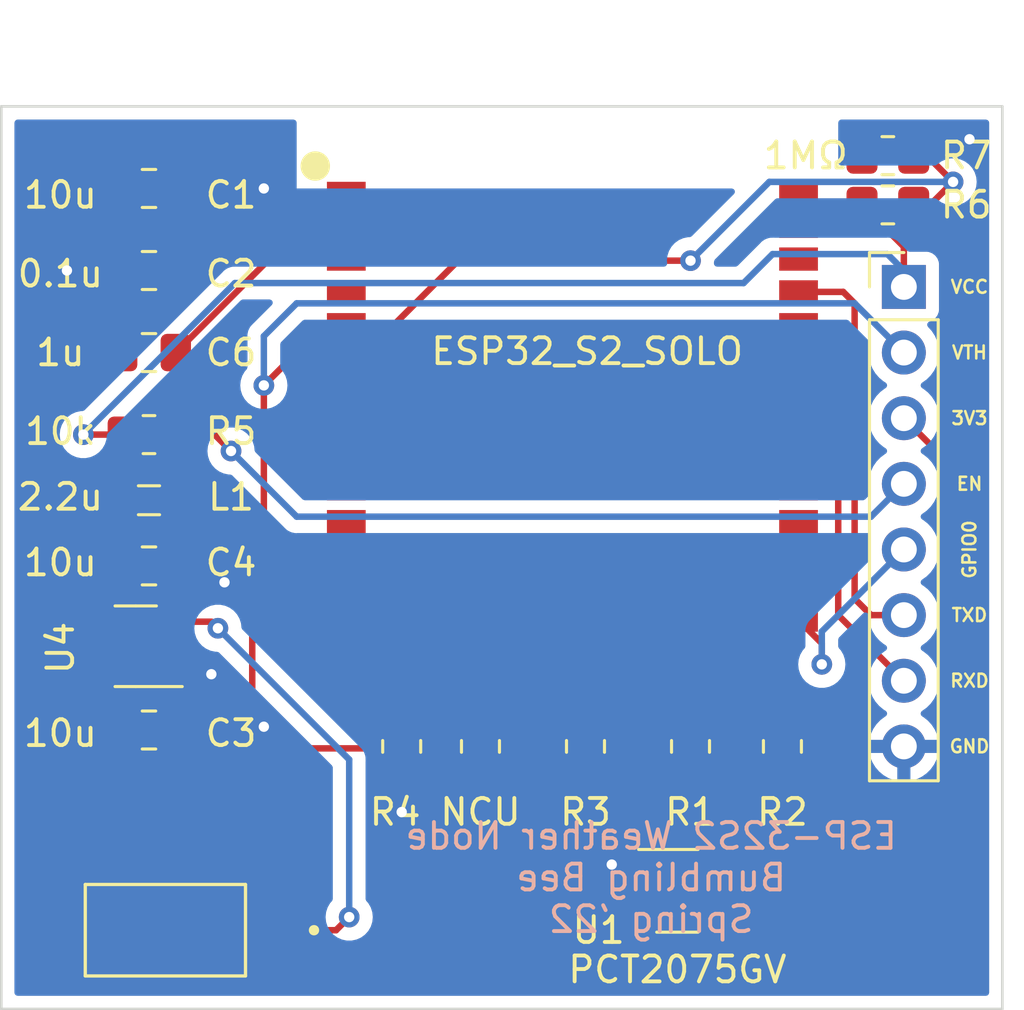
<source format=kicad_pcb>
(kicad_pcb (version 20211014) (generator pcbnew)
  (layers (0 "F.Cu" signal) (31 "B.Cu" signal) (34 "B.Paste" user) (35 "F.Paste" user) (36 "B.SilkS" user "B.Silkscreen") (37 "F.SilkS" user "F.Silkscreen") (38 "B.Mask" user) (39 "F.Mask" user) (44 "Edge.Cuts" user))
  (net 0 "")
  (net 1 "Net-(C1-Pad1)")
  (net 2 "GND")
  (net 3 "/VCC_3V3")
  (net 4 "VCC")
  (net 5 "/CHIP_PU")
  (net 6 "/Vtherm")
  (net 7 "/GPIO0")
  (net 8 "/U0RXD")
  (net 9 "/U0TXD")
  (net 10 "Net-(L1-Pad1)")
  (net 11 "/SCL")
  (net 12 "/SDA")
  (net 43 "Net-(R2-Pad2)")
  (net 44 "/VBAT")
  (net 45 "Net-(SW1-Pad1A)")
  (footprint "Connector_PinHeader_2.54mm:PinHeader_1x08_P2.54mm_Vertical" (layer "F.Cu") (at 104.775 76.2)
    (fp_text reference "J1" hide)
    (fp_text value "Conn_01x08")
    (fp_line (start -1.33 1.27) (end -1.33 19.11) (layer "F.SilkS") (width 0.12))
    (fp_line (start 1.33 1.27) (end 1.33 19.11) (layer "F.SilkS") (width 0.12))
    (fp_line (start -1.33 1.27) (end 1.33 1.27) (layer "F.SilkS") (width 0.12))
    (fp_line (start -1.33 -1.33) (end 0 -1.33) (layer "F.SilkS") (width 0.12))
    (fp_line (start -1.33 0) (end -1.33 -1.33) (layer "F.SilkS") (width 0.12))
    (fp_line (start -1.33 19.11) (end 1.33 19.11) (layer "F.SilkS") (width 0.12))
    (pad "1" thru_hole rect (at 0 0) (size 1.7 1.7) (drill 1) (layers *.Cu *.Mask) (net 4 "VCC"))
    (pad "2" thru_hole oval (at 0 2.54) (size 1.7 1.7) (drill 1) (layers *.Cu *.Mask) (net 6 "/Vtherm"))
    (pad "3" thru_hole oval (at 0 5.08) (size 1.7 1.7) (drill 1) (layers *.Cu *.Mask) (net 3 "/VCC_3V3"))
    (pad "4" thru_hole oval (at 0 7.62) (size 1.7 1.7) (drill 1) (layers *.Cu *.Mask) (net 5 "/CHIP_PU"))
    (pad "5" thru_hole oval (at 0 10.16) (size 1.7 1.7) (drill 1) (layers *.Cu *.Mask) (net 7 "/GPIO0"))
    (pad "6" thru_hole oval (at 0 12.7) (size 1.7 1.7) (drill 1) (layers *.Cu *.Mask) (net 9 "/U0TXD"))
    (pad "7" thru_hole oval (at 0 15.24) (size 1.7 1.7) (drill 1) (layers *.Cu *.Mask) (net 8 "/U0RXD"))
    (pad "8" thru_hole oval (at 0 17.78) (size 1.7 1.7) (drill 1) (layers *.Cu *.Mask) (net 2 "GND"))
  )
  (footprint "Capacitor_SMD:C_0805_2012Metric_Pad1.18x1.45mm_HandSolder" (layer "F.Cu") (at 75.565 72.39 180)
    (fp_text reference "C1" (at -3.175 -0.254) (layer "F.SilkS"))
    (fp_text value "10u" (at 3.429 -0.254) (layer "F.SilkS"))
    (fp_line (start -0.261252 0.735) (end 0.261252 0.735) (layer "F.SilkS") (width 0.12))
    (fp_line (start -0.261252 -0.735) (end 0.261252 -0.735) (layer "F.SilkS") (width 0.12))
    (pad "1" smd roundrect (at -1.0375 0 180) (size 1.175 1.45) (layers "F.Cu" "F.Paste" "F.Mask") (roundrect_rratio 0.2127659574) (net 1 "Net-(C1-Pad1)"))
    (pad "2" smd roundrect (at 1.0375 0 180) (size 1.175 1.45) (layers "F.Cu" "F.Paste" "F.Mask") (roundrect_rratio 0.2127659574) (net 2 "GND"))
  )
  (footprint "Package_TO_SOT_SMD:SOT-23-5" (layer "F.Cu") (at 75.0515 90.104 180)
    (fp_text reference "U4" (at 2.9155 -0.066 270) (layer "F.SilkS"))
    (fp_text value "RP402N331F-TR-FE" hide)
    (fp_line (start 0 1.56) (end 0.8 1.56) (layer "F.SilkS") (width 0.12))
    (fp_line (start 0 -1.56) (end 0.8 -1.56) (layer "F.SilkS") (width 0.12))
    (fp_line (start 0 1.56) (end -0.8 1.56) (layer "F.SilkS") (width 0.12))
    (fp_line (start 0 -1.56) (end -1.8 -1.56) (layer "F.SilkS") (width 0.12))
    (pad "1" smd roundrect (at -1.1375 -0.95 180) (size 1.325 0.6) (layers "F.Cu" "F.Paste" "F.Mask") (net 10 "Net-(L1-Pad1)"))
    (pad "2" smd roundrect (at -1.1375 0 180) (size 1.325 0.6) (layers "F.Cu" "F.Paste" "F.Mask") (net 2 "GND"))
    (pad "3" smd roundrect (at -1.1375 0.95 180) (size 1.325 0.6) (layers "F.Cu" "F.Paste" "F.Mask") (net 45 "Net-(SW1-Pad1A)"))
    (pad "4" smd roundrect (at 1.1375 0.95 180) (size 1.325 0.6) (layers "F.Cu" "F.Paste" "F.Mask") (net 4 "VCC"))
    (pad "5" smd roundrect (at 1.1375 -0.95 180) (size 1.325 0.6) (layers "F.Cu" "F.Paste" "F.Mask") (net 3 "/VCC_3V3"))
  )
  (footprint "Resistor_SMD:R_0805_2012Metric_Pad1.20x1.40mm_HandSolder" (layer "F.Cu") (at 100.076 93.98 -90)
    (fp_text reference "R2" (at 2.54 0 180) (layer "F.SilkS"))
    (fp_text value "10kΩ" hide)
    (fp_line (start -0.227064 -0.735) (end 0.227064 -0.735) (layer "F.SilkS") (width 0.12))
    (fp_line (start -0.227064 0.735) (end 0.227064 0.735) (layer "F.SilkS") (width 0.12))
    (pad "1" smd roundrect (at -1 0 270) (size 1.2 1.4) (layers "F.Cu" "F.Paste" "F.Mask") (roundrect_rratio 0.2083333333) (net 3 "/VCC_3V3"))
    (pad "2" smd roundrect (at 1 0 270) (size 1.2 1.4) (layers "F.Cu" "F.Paste" "F.Mask") (roundrect_rratio 0.2083333333) (net 43 "Net-(R2-Pad2)"))
  )
  (footprint "Capacitor_SMD:C_0805_2012Metric_Pad1.18x1.45mm_HandSolder" (layer "F.Cu") (at 75.565 78.74 180)
    (fp_text reference "C6" (at -3.175 0) (layer "F.SilkS"))
    (fp_text value "1u" (at 3.429 0) (layer "F.SilkS"))
    (fp_line (start -0.261252 -0.735) (end 0.261252 -0.735) (layer "F.SilkS") (width 0.12))
    (fp_line (start -0.261252 0.735) (end 0.261252 0.735) (layer "F.SilkS") (width 0.12))
    (pad "1" smd roundrect (at -1.0375 0 180) (size 1.175 1.45) (layers "F.Cu" "F.Paste" "F.Mask") (roundrect_rratio 0.2127659574) (net 5 "/CHIP_PU"))
    (pad "2" smd roundrect (at 1.0375 0 180) (size 1.175 1.45) (layers "F.Cu" "F.Paste" "F.Mask") (roundrect_rratio 0.2127659574) (net 2 "GND"))
  )
  (footprint "Resistor_SMD:R_0805_2012Metric_Pad1.20x1.40mm_HandSolder" (layer "F.Cu") (at 104.156 73.025)
    (fp_text reference "R6" (at 3.032 0) (layer "F.SilkS"))
    (fp_text value "1MΩ")
    (fp_line (start -0.227064 0.735) (end 0.227064 0.735) (layer "F.SilkS") (width 0.12))
    (fp_line (start -0.227064 -0.735) (end 0.227064 -0.735) (layer "F.SilkS") (width 0.12))
    (pad "1" smd roundrect (at -1 0) (size 1.2 1.4) (layers "F.Cu" "F.Paste" "F.Mask") (roundrect_rratio 0.2083333333) (net 4 "VCC"))
    (pad "2" smd roundrect (at 1 0) (size 1.2 1.4) (layers "F.Cu" "F.Paste" "F.Mask") (roundrect_rratio 0.2083333333) (net 44 "/VBAT"))
  )
  (footprint "Resistor_SMD:R_0805_2012Metric_Pad1.20x1.40mm_HandSolder" (layer "F.Cu") (at 75.565 81.915 180)
    (fp_text reference "R5" (at -3.175 0.127) (layer "F.SilkS"))
    (fp_text value "10k" (at 3.429 0.127) (layer "F.SilkS"))
    (fp_line (start -0.227064 -0.735) (end 0.227064 -0.735) (layer "F.SilkS") (width 0.12))
    (fp_line (start -0.227064 0.735) (end 0.227064 0.735) (layer "F.SilkS") (width 0.12))
    (pad "1" smd roundrect (at -1 0 180) (size 1.2 1.4) (layers "F.Cu" "F.Paste" "F.Mask") (roundrect_rratio 0.2083333333) (net 5 "/CHIP_PU"))
    (pad "2" smd roundrect (at 1 0 180) (size 1.2 1.4) (layers "F.Cu" "F.Paste" "F.Mask") (roundrect_rratio 0.2083333333) (net 4 "VCC"))
  )
  (footprint "Package_SO:TSOP-6_1.65x3.05mm_P0.95mm" (layer "F.Cu") (at 96.012 99.568)
    (fp_text reference "U1" (at -3.048 1.524) (layer "F.SilkS"))
    (fp_text value "PCT2075GV" (at 0 3.048 180) (layer "F.SilkS"))
    (fp_line (start -0.8 1.6) (end 0.8 1.6) (layer "F.SilkS") (width 0.12))
    (fp_line (start 0.8 -1.6) (end -1.5 -1.6) (layer "F.SilkS") (width 0.12))
    (pad "1" smd rect (at -1.16 -0.95) (size 0.7 0.51) (layers "F.Cu" "F.Paste" "F.Mask") (net 2 "GND"))
    (pad "2" smd rect (at -1.16 0) (size 0.7 0.51) (layers "F.Cu" "F.Paste" "F.Mask") (net 2 "GND"))
    (pad "3" smd rect (at -1.16 0.95) (size 0.7 0.51) (layers "F.Cu" "F.Paste" "F.Mask") (net 3 "/VCC_3V3"))
    (pad "4" smd rect (at 1.16 0.95) (size 0.7 0.51) (layers "F.Cu" "F.Paste" "F.Mask") (net 11 "/SCL"))
    (pad "5" smd rect (at 1.16 0) (size 0.7 0.51) (layers "F.Cu" "F.Paste" "F.Mask") (net 43 "Net-(R2-Pad2)"))
    (pad "6" smd rect (at 1.16 -0.95) (size 0.7 0.51) (layers "F.Cu" "F.Paste" "F.Mask") (net 12 "/SDA"))
  )
  (footprint "Capacitor_SMD:C_0805_2012Metric_Pad1.18x1.45mm_HandSolder" (layer "F.Cu") (at 75.565 75.565 180)
    (fp_text reference "C2" (at -3.175 -0.127) (layer "F.SilkS"))
    (fp_text value "0.1u" (at 3.429 -0.127) (layer "F.SilkS"))
    (fp_line (start -0.261252 -0.735) (end 0.261252 -0.735) (layer "F.SilkS") (width 0.12))
    (fp_line (start -0.261252 0.735) (end 0.261252 0.735) (layer "F.SilkS") (width 0.12))
    (pad "1" smd roundrect (at -1.0375 0 180) (size 1.175 1.45) (layers "F.Cu" "F.Paste" "F.Mask") (roundrect_rratio 0.2127659574) (net 1 "Net-(C1-Pad1)"))
    (pad "2" smd roundrect (at 1.0375 0 180) (size 1.175 1.45) (layers "F.Cu" "F.Paste" "F.Mask") (roundrect_rratio 0.2127659574) (net 2 "GND"))
  )
  (footprint "Resistor_SMD:R_0805_2012Metric_Pad1.20x1.40mm_HandSolder" (layer "F.Cu") (at 88.392 93.98 90)
    (fp_text reference "U2")
    (fp_text value "NCU" (at -2.54 0 180) (layer "F.SilkS"))
    (fp_line (start -0.227064 0.735) (end 0.227064 0.735) (layer "F.SilkS") (width 0.12))
    (fp_line (start -0.227064 -0.735) (end 0.227064 -0.735) (layer "F.SilkS") (width 0.12))
    (pad "1" smd roundrect (at -1 0 90) (size 1.2 1.4) (layers "F.Cu" "F.Paste" "F.Mask") (roundrect_rratio 0.2083333333) (net 3 "/VCC_3V3"))
    (pad "2" smd roundrect (at 1 0 90) (size 1.2 1.4) (layers "F.Cu" "F.Paste" "F.Mask") (roundrect_rratio 0.2083333333) (net 6 "/Vtherm"))
  )
  (footprint "Resistor_SMD:R_0805_2012Metric_Pad1.20x1.40mm_HandSolder" (layer "F.Cu") (at 104.156 71.12 180)
    (fp_text reference "R7" (at -3.032 0) (layer "F.SilkS"))
    (fp_text value "1MΩ" (at 3.175 0) (layer "F.SilkS"))
    (fp_line (start -0.227064 0.735) (end 0.227064 0.735) (layer "F.SilkS") (width 0.12))
    (fp_line (start -0.227064 -0.735) (end 0.227064 -0.735) (layer "F.SilkS") (width 0.12))
    (pad "1" smd roundrect (at -1 0 180) (size 1.2 1.4) (layers "F.Cu" "F.Paste" "F.Mask") (roundrect_rratio 0.2083333333) (net 44 "/VBAT"))
    (pad "2" smd roundrect (at 1 0 180) (size 1.2 1.4) (layers "F.Cu" "F.Paste" "F.Mask") (roundrect_rratio 0.2083333333) (net 2 "GND"))
  )
  (footprint "Module:ESP-32-S2-SOLO" (layer "F.Cu") (at 83.2 72.5825)
    (fp_text reference "U3")
    (fp_text value "ESP32_S2_SOLO" (at 9.32 6.11 unlocked) (layer "F.SilkS"))
    (fp_circle (center -1.2 -1.06) (end -0.69 -1.06) (layer "F.SilkS") (width 0.12) (fill solid))
    (pad "1" smd rect (at 0 0) (size 1.5 0.9) (layers "F.Cu" "F.Paste" "F.Mask") (net 2 "GND"))
    (pad "2" smd rect (at 0 1.27) (size 1.5 0.9) (layers "F.Cu" "F.Paste" "F.Mask") (net 1 "Net-(C1-Pad1)"))
    (pad "3" smd rect (at 0 2.54) (size 1.5 0.9) (layers "F.Cu" "F.Paste" "F.Mask") (net 5 "/CHIP_PU"))
    (pad "4" smd rect (at 0 3.81) (size 1.5 0.9) (layers "F.Cu" "F.Paste" "F.Mask"))
    (pad "5" smd rect (at 0 5.08) (size 1.5 0.9) (layers "F.Cu" "F.Paste" "F.Mask") (net 6 "/Vtherm"))
    (pad "6" smd rect (at 0 6.35) (size 1.5 0.9) (layers "F.Cu" "F.Paste" "F.Mask") (net 44 "/VBAT"))
    (pad "7" smd rect (at 0 7.62) (size 1.5 0.9) (layers "F.Cu" "F.Paste" "F.Mask"))
    (pad "8" smd rect (at 0 8.89) (size 1.5 0.9) (layers "F.Cu" "F.Paste" "F.Mask"))
    (pad "9" smd rect (at 0 10.16) (size 1.5 0.9) (layers "F.Cu" "F.Paste" "F.Mask"))
    (pad "10" smd rect (at 0 11.43) (size 1.5 0.9) (layers "F.Cu" "F.Paste" "F.Mask"))
    (pad "11" smd rect (at 0 12.7) (size 1.5 0.9) (layers "F.Cu" "F.Paste" "F.Mask"))
    (pad "12" smd rect (at 0 13.97) (size 1.5 0.9) (layers "F.Cu" "F.Paste" "F.Mask"))
    (pad "13" smd rect (at 0 15.24) (size 1.5 0.9) (layers "F.Cu" "F.Paste" "F.Mask"))
    (pad "14" smd rect (at 0 16.51) (size 1.5 0.9) (layers "F.Cu" "F.Paste" "F.Mask"))
    (pad "15" smd rect (at 1.765 18.01 90) (size 1.5 0.9) (layers "F.Cu" "F.Paste" "F.Mask"))
    (pad "16" smd rect (at 3.035 18.01 90) (size 1.5 0.9) (layers "F.Cu" "F.Paste" "F.Mask"))
    (pad "17" smd rect (at 4.305 18.01 90) (size 1.5 0.9) (layers "F.Cu" "F.Paste" "F.Mask"))
    (pad "18" smd rect (at 5.575 18.01 90) (size 1.5 0.9) (layers "F.Cu" "F.Paste" "F.Mask"))
    (pad "19" smd rect (at 6.845 18.01 90) (size 1.5 0.9) (layers "F.Cu" "F.Paste" "F.Mask"))
    (pad "20" smd rect (at 8.115 18.01 90) (size 1.5 0.9) (layers "F.Cu" "F.Paste" "F.Mask"))
    (pad "21" smd rect (at 9.385 18.01 90) (size 1.5 0.9) (layers "F.Cu" "F.Paste" "F.Mask"))
    (pad "22" smd rect (at 10.655 18.01 90) (size 1.5 0.9) (layers "F.Cu" "F.Paste" "F.Mask"))
    (pad "23" smd rect (at 11.925 18.01 90) (size 1.5 0.9) (layers "F.Cu" "F.Paste" "F.Mask"))
    (pad "24" smd rect (at 13.195 18.034 90) (size 1.5 0.9) (layers "F.Cu" "F.Paste" "F.Mask") (net 11 "/SCL"))
    (pad "25" smd rect (at 14.465 18.01 90) (size 1.5 0.9) (layers "F.Cu" "F.Paste" "F.Mask") (net 12 "/SDA"))
    (pad "26" smd rect (at 15.735 18.01 90) (size 1.5 0.9) (layers "F.Cu" "F.Paste" "F.Mask"))
    (pad "27" smd rect (at 17.5 16.51) (size 1.5 0.9) (layers "F.Cu" "F.Paste" "F.Mask") (net 7 "/GPIO0"))
    (pad "28" smd rect (at 17.5 15.24) (size 1.5 0.9) (layers "F.Cu" "F.Paste" "F.Mask"))
    (pad "29" smd rect (at 17.5 13.97) (size 1.5 0.9) (layers "F.Cu" "F.Paste" "F.Mask"))
    (pad "30" smd rect (at 17.5 12.7) (size 1.5 0.9) (layers "F.Cu" "F.Paste" "F.Mask"))
    (pad "31" smd rect (at 17.5 11.43) (size 1.5 0.9) (layers "F.Cu" "F.Paste" "F.Mask"))
    (pad "32" smd rect (at 17.5 10.16) (size 1.5 0.9) (layers "F.Cu" "F.Paste" "F.Mask"))
    (pad "33" smd rect (at 17.5 8.89) (size 1.5 0.9) (layers "F.Cu" "F.Paste" "F.Mask"))
    (pad "34" smd rect (at 17.5 7.62) (size 1.5 0.9) (layers "F.Cu" "F.Paste" "F.Mask"))
    (pad "35" smd rect (at 17.5 6.35) (size 1.5 0.9) (layers "F.Cu" "F.Paste" "F.Mask"))
    (pad "36" smd rect (at 17.5 5.08) (size 1.5 0.9) (layers "F.Cu" "F.Paste" "F.Mask") (net 8 "/U0RXD"))
    (pad "37" smd rect (at 17.5 3.81) (size 1.5 0.9) (layers "F.Cu" "F.Paste" "F.Mask") (net 9 "/U0TXD"))
    (pad "38" smd rect (at 17.5 2.54) (size 1.5 0.9) (layers "F.Cu" "F.Paste" "F.Mask"))
    (pad "39" smd rect (at 17.5 1.27) (size 1.5 0.9) (layers "F.Cu" "F.Paste" "F.Mask"))
    (pad "40" smd rect (at 17.5 0) (size 1.5 0.9) (layers "F.Cu" "F.Paste" "F.Mask"))
  )
  (footprint "Resistor_SMD:R_0805_2012Metric_Pad1.20x1.40mm_HandSolder" (layer "F.Cu") (at 92.456 93.98 90)
    (fp_text reference "R3" (at -2.54 0 180) (layer "F.SilkS"))
    (fp_text value "10kΩ" hide)
    (fp_line (start -0.227064 0.735) (end 0.227064 0.735) (layer "F.SilkS") (width 0.12))
    (fp_line (start -0.227064 -0.735) (end 0.227064 -0.735) (layer "F.SilkS") (width 0.12))
    (pad "1" smd roundrect (at -1 0 90) (size 1.2 1.4) (layers "F.Cu" "F.Paste" "F.Mask") (roundrect_rratio 0.2083333333) (net 3 "/VCC_3V3"))
    (pad "2" smd roundrect (at 1 0 90) (size 1.2 1.4) (layers "F.Cu" "F.Paste" "F.Mask") (roundrect_rratio 0.2083333333) (net 11 "/SCL"))
  )
  (footprint "Module:SW_DS04-254-1-01BK-SMT" (layer "F.Cu") (at 76.2 101.092 180)
    (fp_text reference "SW1")
    (fp_text value "SW_DIP_x01" hide)
    (fp_line (start 3.1 1.77) (end -3.1 1.77) (layer "F.SilkS") (width 0.127))
    (fp_line (start -3.1 1.77) (end -3.1 -1.77) (layer "F.SilkS") (width 0.127))
    (fp_line (start -3.1 -1.77) (end 3.1 -1.77) (layer "F.SilkS") (width 0.127))
    (fp_line (start 3.1 -1.77) (end 3.1 1.77) (layer "F.SilkS") (width 0.127))
    (fp_circle (center -5.75 0) (end -5.65 0) (layer "F.SilkS") (width 0.2) (fill none))
    (pad "1A" smd rect locked (at -4.45 0 180) (size 1.5 1.1) (layers "F.Cu" "F.Paste" "F.Mask") (net 45 "Net-(SW1-Pad1A)"))
    (pad "1B" smd rect locked (at 4.45 0) (size 1.5 1.1) (layers "F.Cu" "F.Paste" "F.Mask") (net 3 "/VCC_3V3"))
  )
  (footprint "Resistor_SMD:R_0805_2012Metric_Pad1.20x1.40mm_HandSolder" (layer "F.Cu") (at 85.344 93.98 -90)
    (fp_text reference "R4" (at 2.54 0.254 -180) (layer "F.SilkS"))
    (fp_text value "10kΩ" hide)
    (fp_line (start -0.227064 -0.735) (end 0.227064 -0.735) (layer "F.SilkS") (width 0.12))
    (fp_line (start -0.227064 0.735) (end 0.227064 0.735) (layer "F.SilkS") (width 0.12))
    (pad "1" smd roundrect (at -1 0 270) (size 1.2 1.4) (layers "F.Cu" "F.Paste" "F.Mask") (roundrect_rratio 0.2083333333) (net 6 "/Vtherm"))
    (pad "2" smd roundrect (at 1 0 270) (size 1.2 1.4) (layers "F.Cu" "F.Paste" "F.Mask") (roundrect_rratio 0.2083333333) (net 2 "GND"))
  )
  (footprint "Capacitor_SMD:C_0805_2012Metric_Pad1.18x1.45mm_HandSolder" (layer "F.Cu") (at 75.565 93.345 180)
    (fp_text reference "C3" (at -3.175 -0.127) (layer "F.SilkS"))
    (fp_text value "10u" (at 3.429 -0.127) (layer "F.SilkS"))
    (fp_line (start -0.261252 -0.735) (end 0.261252 -0.735) (layer "F.SilkS") (width 0.12))
    (fp_line (start -0.261252 0.735) (end 0.261252 0.735) (layer "F.SilkS") (width 0.12))
    (pad "1" smd roundrect (at -1.0375 0 180) (size 1.175 1.45) (layers "F.Cu" "F.Paste" "F.Mask") (roundrect_rratio 0.2127659574) (net 2 "GND"))
    (pad "2" smd roundrect (at 1.0375 0 180) (size 1.175 1.45) (layers "F.Cu" "F.Paste" "F.Mask") (roundrect_rratio 0.2127659574) (net 3 "/VCC_3V3"))
  )
  (footprint "Resistor_SMD:R_0805_2012Metric_Pad1.20x1.40mm_HandSolder" (layer "F.Cu") (at 96.52 93.98 90)
    (fp_text reference "R1" (at -2.54 0 180) (layer "F.SilkS"))
    (fp_text value "10kΩ" hide)
    (fp_line (start -0.227064 -0.735) (end 0.227064 -0.735) (layer "F.SilkS") (width 0.12))
    (fp_line (start -0.227064 0.735) (end 0.227064 0.735) (layer "F.SilkS") (width 0.12))
    (pad "1" smd roundrect (at -1 0 90) (size 1.2 1.4) (layers "F.Cu" "F.Paste" "F.Mask") (roundrect_rratio 0.2083333333) (net 3 "/VCC_3V3"))
    (pad "2" smd roundrect (at 1 0 90) (size 1.2 1.4) (layers "F.Cu" "F.Paste" "F.Mask") (roundrect_rratio 0.2083333333) (net 12 "/SDA"))
  )
  (footprint "Capacitor_SMD:C_0805_2012Metric_Pad1.18x1.45mm_HandSolder" (layer "F.Cu") (at 75.565 86.995)
    (fp_text reference "C4" (at 3.175 -0.127) (layer "F.SilkS"))
    (fp_text value "10u" (at -3.429 -0.127) (layer "F.SilkS"))
    (fp_line (start -0.261252 -0.735) (end 0.261252 -0.735) (layer "F.SilkS") (width 0.12))
    (fp_line (start -0.261252 0.735) (end 0.261252 0.735) (layer "F.SilkS") (width 0.12))
    (pad "1" smd roundrect (at -1.0375 0) (size 1.175 1.45) (layers "F.Cu" "F.Paste" "F.Mask") (roundrect_rratio 0.2127659574) (net 4 "VCC"))
    (pad "2" smd roundrect (at 1.0375 0) (size 1.175 1.45) (layers "F.Cu" "F.Paste" "F.Mask") (roundrect_rratio 0.2127659574) (net 2 "GND"))
  )
  (footprint "Inductor_SMD:L_0805_2012Metric_Pad1.05x1.20mm_HandSolder" (layer "F.Cu") (at 75.565 84.455 180)
    (fp_text reference "L1" (at -3.175 0.127) (layer "F.SilkS"))
    (fp_text value "2.2u" (at 3.429 0.127) (layer "F.SilkS"))
    (fp_line (start -0.410242 -0.56) (end 0.410242 -0.56) (layer "F.SilkS") (width 0.12))
    (fp_line (start -0.410242 0.56) (end 0.410242 0.56) (layer "F.SilkS") (width 0.12))
    (pad "1" smd roundrect (at -1.15 0 180) (size 1.05 1.2) (layers "F.Cu" "F.Paste" "F.Mask") (roundrect_rratio 0.2380952381) (net 10 "Net-(L1-Pad1)"))
    (pad "2" smd roundrect (at 1.15 0 180) (size 1.05 1.2) (layers "F.Cu" "F.Paste" "F.Mask") (roundrect_rratio 0.2380952381) (net 4 "VCC"))
  )
  (gr_line (start 69.85 104.14) (end 108.585 104.14) (layer "Edge.Cuts") (width 0.1))
  (gr_line (start 108.585 104.14) (end 108.585 69.215) (layer "Edge.Cuts") (width 0.1))
  (gr_line (start 69.85 69.215) (end 69.85 104.14) (layer "Edge.Cuts") (width 0.1))
  (gr_line (start 108.585 69.215) (end 69.85 69.215) (layer "Edge.Cuts") (width 0.1))
  (gr_text "ESP-32S2 Weather Node\nBumbling Bee\nSpring '22" (at 94.996 99.06) (layer "B.SilkS") (effects (font (size 1 1)) (justify mirror)))
  (gr_text "GPIO0" (at 107.315 86.36 90) (layer "F.SilkS") (effects (font (size 0.5 0.5) (thickness 0.1))))
  (gr_text "TXD" (at 107.315 88.9) (layer "F.SilkS") (effects (font (size 0.5 0.5) (thickness 0.1))))
  (gr_text "3V3" (at 107.315 81.28) (layer "F.SilkS") (effects (font (size 0.5 0.5) (thickness 0.1))))
  (gr_text "VTH" (at 107.315 78.74) (layer "F.SilkS") (effects (font (size 0.5 0.5) (thickness 0.1))))
  (gr_text "VCC" (at 107.315 76.2) (layer "F.SilkS") (effects (font (size 0.5 0.5) (thickness 0.1))))
  (gr_text "RXD" (at 107.315 91.44) (layer "F.SilkS") (effects (font (size 0.5 0.5) (thickness 0.1))))
  (gr_text "EN" (at 107.315 83.82) (layer "F.SilkS") (effects (font (size 0.5 0.5) (thickness 0.1))))
  (gr_text "GND" (at 107.315 93.98) (layer "F.SilkS") (effects (font (size 0.5 0.5) (thickness 0.1))))
  (segment (start 83.2 73.8525) (end 78.065 73.8525) (width 0.25) (layer "F.Cu") (net 1))
  (segment (start 76.6025 75.565) (end 76.6025 72.39) (width 0.25) (layer "F.Cu") (net 1))
  (segment (start 78.065 73.8525) (end 76.6025 72.39) (width 0.25) (layer "F.Cu") (net 1))
  (segment (start 80.2025 72.5825) (end 80.01 72.39) (width 0.25) (layer "F.Cu") (net 2))
  (segment (start 77.15 90.104) (end 77.978 90.932) (width 0.25) (layer "F.Cu") (net 2))
  (segment (start 83.2 72.5825) (end 83.19298 72.57548) (width 0.25) (layer "F.Cu") (net 2))
  (segment (start 76.6025 86.995) (end 76.34048 86.73298) (width 0.25) (layer "F.Cu") (net 2))
  (segment (start 74.5275 75.565) (end 72.39 75.565) (width 0.25) (layer "F.Cu") (net 2))
  (segment (start 74.5275 72.39) (end 74.5275 75.565) (width 0.25) (layer "F.Cu") (net 2))
  (segment (start 93.472 98.552) (end 93.538 98.618) (width 0.25) (layer "F.Cu") (net 2))
  (segment (start 103.156 71.12) (end 104.18052 70.09548) (width 0.25) (layer "F.Cu") (net 2))
  (segment (start 104.18052 70.09548) (end 106.92548 70.09548) (width 0.25) (layer "F.Cu") (net 2))
  (segment (start 77.851 86.995) (end 78.486 87.63) (width 0.25) (layer "F.Cu") (net 2))
  (segment (start 79.883 93.345) (end 80.01 93.218) (width 0.25) (layer "F.Cu") (net 2))
  (segment (start 76.6025 93.345) (end 79.883 93.345) (width 0.25) (layer "F.Cu") (net 2))
  (segment (start 76.2 92.9425) (end 76.6025 93.345) (width 0.25) (layer "F.Cu") (net 2))
  (segment (start 76.6025 86.995) (end 77.851 86.995) (width 0.25) (layer "F.Cu") (net 2))
  (segment (start 76.6025 93.345) (end 76.6025 92.8155) (width 0.25) (layer "F.Cu") (net 2))
  (segment (start 83.2 72.5825) (end 80.2025 72.5825) (width 0.25) (layer "F.Cu") (net 2))
  (segment (start 94.852 99.568) (end 94.852 98.618) (width 0.25) (layer "F.Cu") (net 2))
  (segment (start 76.189 90.104) (end 77.15 90.104) (width 0.25) (layer "F.Cu") (net 2))
  (segment (start 93.538 98.618) (end 94.852 98.618) (width 0.25) (layer "F.Cu") (net 2))
  (segment (start 74.5275 78.74) (end 74.5275 75.565) (width 0.25) (layer "F.Cu") (net 2))
  (segment (start 106.92548 70.09548) (end 107.315 70.485) (width 0.25) (layer "F.Cu") (net 2))
  (segment (start 77.978 90.932) (end 77.978 91.186) (width 0.25) (layer "F.Cu") (net 2))
  (segment (start 85.344 94.98) (end 85.344 96.52) (width 0.25) (layer "F.Cu") (net 2))
  (via (at 77.978 91.186) (size 0.8) (drill 0.4) (layers "F.Cu" "B.Cu") (net 2))
  (via (at 107.315 70.485) (size 0.8) (drill 0.4) (layers "F.Cu" "B.Cu") (net 2))
  (via (at 80.01 93.218) (size 0.8) (drill 0.4) (layers "F.Cu" "B.Cu") (net 2))
  (via (at 80.01 72.39) (size 0.8) (drill 0.4) (layers "F.Cu" "B.Cu") (net 2))
  (via (at 78.486 87.63) (size 0.8) (drill 0.4) (layers "F.Cu" "B.Cu") (net 2))
  (via (at 85.344 96.52) (size 0.8) (drill 0.4) (layers "F.Cu" "B.Cu") (net 2))
  (via (at 72.39 75.565) (size 0.8) (drill 0.4) (layers "F.Cu" "B.Cu") (net 2))
  (via (at 93.472 98.552) (size 0.8) (drill 0.4) (layers "F.Cu" "B.Cu") (net 2))
  (segment (start 74.5275 94.8475) (end 74.5275 96.5575) (width 0.25) (layer "F.Cu") (net 3))
  (segment (start 98.552 101.6) (end 95.934 101.6) (width 0.25) (layer "F.Cu") (net 3))
  (segment (start 87.46748 94.05548) (end 88.392 94.98) (width 0.25) (layer "F.Cu") (net 3))
  (segment (start 100.076 92.98) (end 101.616 92.98) (width 0.25) (layer "F.Cu") (net 3))
  (segment (start 78.3375 94.8475) (end 74.5275 94.8475) (width 0.25) (layer "F.Cu") (net 3))
  (segment (start 74.5275 96.5575) (end 71.75 99.335) (width 0.25) (layer "F.Cu") (net 3))
  (segment (start 104.775 81.28) (end 107.315 83.82) (width 0.25) (layer "F.Cu") (net 3))
  (segment (start 101.6 98.552) (end 98.552 101.6) (width 0.25) (layer "F.Cu") (net 3))
  (segment (start 92.456 94.98) (end 92.456 99.06) (width 0.25) (layer "F.Cu") (net 3))
  (segment (start 101.6 97.79) (end 101.6 98.552) (width 0.25) (layer "F.Cu") (net 3))
  (segment (start 73.914 91.054) (end 73.914 92.7315) (width 0.25) (layer "F.Cu") (net 3))
  (segment (start 71.75 99.335) (end 71.75 101.092) (width 0.25) (layer "F.Cu") (net 3))
  (segment (start 78.3375 94.8475) (end 79.12952 94.05548) (width 0.25) (layer "F.Cu") (net 3))
  (segment (start 87.46748 94.05548) (end 91.53148 94.05548) (width 0.25) (layer "F.Cu") (net 3))
  (segment (start 100.076 92.98) (end 98.52 92.98) (width 0.25) (layer "F.Cu") (net 3))
  (segment (start 98.52 92.98) (end 96.52 94.98) (width 0.25) (layer "F.Cu") (net 3))
  (segment (start 91.53148 94.05548) (end 92.456 94.98) (width 0.25) (layer "F.Cu") (net 3))
  (segment (start 107.315 96.52) (end 106.045 97.79) (width 0.25) (layer "F.Cu") (net 3))
  (segment (start 92.456 99.06) (end 93.914 100.518) (width 0.25) (layer "F.Cu") (net 3))
  (segment (start 101.6 92.996) (end 101.6 97.79) (width 0.25) (layer "F.Cu") (net 3))
  (segment (start 101.616 92.98) (end 101.6 92.996) (width 0.25) (layer "F.Cu") (net 3))
  (segment (start 93.914 100.518) (end 94.852 100.518) (width 0.25) (layer "F.Cu") (net 3))
  (segment (start 107.315 83.82) (end 107.315 96.52) (width 0.25) (layer "F.Cu") (net 3))
  (segment (start 73.914 92.7315) (end 74.5275 93.345) (width 0.25) (layer "F.Cu") (net 3))
  (segment (start 74.5275 93.345) (end 74.5275 94.8475) (width 0.25) (layer "F.Cu") (net 3))
  (segment (start 106.045 97.79) (end 101.6 97.79) (width 0.25) (layer "F.Cu") (net 3))
  (segment (start 79.12952 94.05548) (end 87.46748 94.05548) (width 0.25) (layer "F.Cu") (net 3))
  (segment (start 95.934 101.6) (end 94.852 100.518) (width 0.25) (layer "F.Cu") (net 3))
  (segment (start 73.025 81.915) (end 74.565 81.915) (width 0.25) (layer "F.Cu") (net 4))
  (segment (start 73.914 87.6085) (end 74.5275 86.995) (width 0.25) (layer "F.Cu") (net 4))
  (segment (start 74.5275 84.5675) (end 74.415 84.455) (width 0.25) (layer "F.Cu") (net 4))
  (segment (start 104.775 76.2) (end 104.775 74.644) (width 0.25) (layer "F.Cu") (net 4))
  (segment (start 73.914 89.154) (end 73.914 87.6085) (width 0.25) (layer "F.Cu") (net 4))
  (segment (start 74.565 81.915) (end 74.565 84.305) (width 0.25) (layer "F.Cu") (net 4))
  (segment (start 104.775 74.644) (end 103.156 73.025) (width 0.25) (layer "F.Cu") (net 4))
  (segment (start 102.923622 73.257378) (end 103.156 73.025) (width 0.25) (layer "F.Cu") (net 4))
  (segment (start 74.5275 86.995) (end 74.5275 84.5675) (width 0.25) (layer "F.Cu") (net 4))
  (segment (start 74.5275 86.995) (end 74.61452 87.08202) (width 0.25) (layer "F.Cu") (net 4))
  (segment (start 74.565 84.305) (end 74.415 84.455) (width 0.25) (layer "F.Cu") (net 4))
  (via (at 73.025 81.915) (size 0.8) (drill 0.4) (layers "F.Cu" "B.Cu") (net 4))
  (segment (start 98.573894 76.051106) (end 99.695 74.93) (width 0.25) (layer "B.Cu") (net 4))
  (segment (start 104.14 74.93) (end 104.775 75.565) (width 0.25) (layer "B.Cu") (net 4))
  (segment (start 73.025 81.915) (end 78.888894 76.051106) (width 0.25) (layer "B.Cu") (net 4))
  (segment (start 99.695 74.93) (end 104.14 74.93) (width 0.25) (layer "B.Cu") (net 4))
  (segment (start 78.888894 76.051106) (end 98.573894 76.051106) (width 0.25) (layer "B.Cu") (net 4))
  (segment (start 104.775 75.565) (end 104.775 76.2) (width 0.25) (layer "B.Cu") (net 4))
  (segment (start 83.2 75.1225) (end 80.22 75.1225) (width 0.25) (layer "F.Cu") (net 5))
  (segment (start 76.835 82.185) (end 76.565 81.915) (width 0.25) (layer "F.Cu") (net 5))
  (segment (start 76.565 81.915) (end 78.105 81.915) (width 0.25) (layer "F.Cu") (net 5))
  (segment (start 80.22 75.1225) (end 76.6025 78.74) (width 0.25) (layer "F.Cu") (net 5))
  (segment (start 78.105 81.915) (end 78.74 82.55) (width 0.25) (layer "F.Cu") (net 5))
  (segment (start 76.6025 81.8775) (end 76.565 81.915) (width 0.25) (layer "F.Cu") (net 5))
  (segment (start 76.6025 78.74) (end 76.6025 81.8775) (width 0.25) (layer "F.Cu") (net 5))
  (via (at 78.74 82.55) (size 0.8) (drill 0.4) (layers "F.Cu" "B.Cu") (net 5))
  (segment (start 78.74 82.55) (end 81.28 85.09) (width 0.25) (layer "B.Cu") (net 5))
  (segment (start 104.775 83.82) (end 103.505 85.09) (width 0.25) (layer "B.Cu") (net 5))
  (segment (start 103.505 85.09) (end 81.28 85.09) (width 0.25) (layer "B.Cu") (net 5))
  (segment (start 88.392 92.964) (end 87.503 92.075) (width 0.25) (layer "F.Cu") (net 6))
  (segment (start 80.01 80.01) (end 80.01 88.265) (width 0.25) (layer "F.Cu") (net 6))
  (segment (start 82.3575 77.6625) (end 80.01 80.01) (width 0.25) (layer "F.Cu") (net 6))
  (segment (start 83.82 92.075) (end 84.455 92.075) (width 0.25) (layer "F.Cu") (net 6))
  (segment (start 83.2 77.6625) (end 82.3575 77.6625) (width 0.25) (layer "F.Cu") (net 6))
  (segment (start 85.344 92.98) (end 85.344 92.964) (width 0.25) (layer "F.Cu") (net 6))
  (segment (start 80.01 88.265) (end 83.82 92.075) (width 0.25) (layer "F.Cu") (net 6))
  (segment (start 87.503 92.075) (end 84.455 92.075) (width 0.25) (layer "F.Cu") (net 6))
  (segment (start 85.344 92.964) (end 84.455 92.075) (width 0.25) (layer "F.Cu") (net 6))
  (segment (start 88.392 92.98) (end 88.392 92.964) (width 0.25) (layer "F.Cu") (net 6))
  (via (at 80.01 80.01) (size 0.8) (drill 0.4) (layers "F.Cu" "B.Cu") (net 6))
  (segment (start 102.87 76.835) (end 81.28 76.835) (width 0.25) (layer "B.Cu") (net 6))
  (segment (start 104.775 78.74) (end 102.87 76.835) (width 0.25) (layer "B.Cu") (net 6))
  (segment (start 80.01 78.105) (end 80.01 80.01) (width 0.25) (layer "B.Cu") (net 6))
  (segment (start 81.28 76.835) (end 80.01 78.105) (width 0.25) (layer "B.Cu") (net 6))
  (segment (start 101.6 89.9925) (end 100.7 89.0925) (width 0.25) (layer "F.Cu") (net 7))
  (segment (start 101.162114 89.0925) (end 100.7 89.0925) (width 0.25) (layer "F.Cu") (net 7))
  (segment (start 101.6 90.805) (end 101.6 89.9925) (width 0.25) (layer "F.Cu") (net 7))
  (via (at 101.6 90.805) (size 0.8) (drill 0.4) (layers "F.Cu" "B.Cu") (net 7))
  (segment (start 104.775 86.36) (end 101.6 89.535) (width 0.25) (layer "B.Cu") (net 7))
  (segment (start 101.6 89.535) (end 101.6 90.805) (width 0.25) (layer "B.Cu") (net 7))
  (segment (start 101.7925 77.6625) (end 100.7 77.6625) (width 0.25) (layer "F.Cu") (net 8))
  (segment (start 104.775 91.44) (end 102.235 88.9) (width 0.25) (layer "F.Cu") (net 8))
  (segment (start 102.235 88.9) (end 102.235 78.105) (width 0.25) (layer "F.Cu") (net 8))
  (segment (start 102.235 78.105) (end 101.7925 77.6625) (width 0.25) (layer "F.Cu") (net 8))
  (segment (start 103.505 88.9) (end 104.775 88.9) (width 0.25) (layer "F.Cu") (net 9))
  (segment (start 102.4275 76.3925) (end 102.87 76.835) (width 0.25) (layer "F.Cu") (net 9))
  (segment (start 102.87 76.835) (end 102.87 88.265) (width 0.25) (layer "F.Cu") (net 9))
  (segment (start 100.7 76.3925) (end 102.4275 76.3925) (width 0.25) (layer "F.Cu") (net 9))
  (segment (start 102.87 88.265) (end 103.505 88.9) (width 0.25) (layer "F.Cu") (net 9))
  (segment (start 76.715 84.455) (end 76.835 84.455) (width 0.25) (layer "F.Cu") (net 10))
  (segment (start 77.337 92.202) (end 76.189 91.054) (width 0.25) (layer "F.Cu") (net 10))
  (segment (start 79.56048 87.18048) (end 79.56048 92.14352) (width 0.25) (layer "F.Cu") (net 10))
  (segment (start 76.835 84.455) (end 79.56048 87.18048) (width 0.25) (layer "F.Cu") (net 10))
  (segment (start 79.502 92.202) (end 77.337 92.202) (width 0.25) (layer "F.Cu") (net 10))
  (segment (start 79.56048 92.14352) (end 79.502 92.202) (width 0.25) (layer "F.Cu") (net 10))
  (segment (start 96.395 90.6165) (end 96.395 91.6165) (width 0.25) (layer "F.Cu") (net 11))
  (segment (start 95.024022 97.536) (end 95.526511 98.038489) (width 0.25) (layer "F.Cu") (net 11))
  (segment (start 92.456 92.98) (end 92.472 92.98) (width 0.25) (layer "F.Cu") (net 11))
  (segment (start 93.38052 92.05548) (end 92.456 92.98) (width 0.25) (layer "F.Cu") (net 11))
  (segment (start 93.98 94.504) (end 93.98 97.028) (width 0.25) (layer "F.Cu") (net 11))
  (segment (start 94.488 97.536) (end 95.024022 97.536) (width 0.25) (layer "F.Cu") (net 11))
  (segment (start 96.395 91.6165) (end 95.95602 92.05548) (width 0.25) (layer "F.Cu") (net 11))
  (segment (start 93.98 97.028) (end 94.488 97.536) (width 0.25) (layer "F.Cu") (net 11))
  (segment (start 95.526511 98.038489) (end 95.526511 100.076) (width 0.25) (layer "F.Cu") (net 11))
  (segment (start 95.95602 92.05548) (end 93.38052 92.05548) (width 0.25) (layer "F.Cu") (net 11))
  (segment (start 92.456 92.98) (end 93.98 94.504) (width 0.25) (layer "F.Cu") (net 11))
  (segment (start 95.968511 100.518) (end 97.172 100.518) (width 0.25) (layer "F.Cu") (net 11))
  (segment (start 95.526511 100.076) (end 95.968511 100.518) (width 0.25) (layer "F.Cu") (net 11))
  (segment (start 97.665 91.835) (end 96.52 92.98) (width 0.25) (layer "F.Cu") (net 12))
  (segment (start 94.996 96.52) (end 97.094 98.618) (width 0.25) (layer "F.Cu") (net 12))
  (segment (start 97.665 90.5925) (end 97.665 91.835) (width 0.25) (layer "F.Cu") (net 12))
  (segment (start 97.094 98.618) (end 97.172 98.618) (width 0.25) (layer "F.Cu") (net 12))
  (segment (start 94.996 94.504) (end 94.996 96.52) (width 0.25) (layer "F.Cu") (net 12))
  (segment (start 96.52 92.98) (end 94.996 94.504) (width 0.25) (layer "F.Cu") (net 12))
  (segment (start 98.044 99.568) (end 97.172 99.568) (width 0.25) (layer "F.Cu") (net 43))
  (segment (start 100.076 97.536) (end 98.044 99.568) (width 0.25) (layer "F.Cu") (net 43))
  (segment (start 100.076 94.98) (end 100.076 97.536) (width 0.25) (layer "F.Cu") (net 43))
  (segment (start 87.527522 75.184) (end 83.779022 78.9325) (width 0.25) (layer "F.Cu") (net 44))
  (segment (start 105.156 73.025) (end 105.791 73.025) (width 0.25) (layer "F.Cu") (net 44))
  (segment (start 105.156 71.12) (end 105.664 71.12) (width 0.25) (layer "F.Cu") (net 44))
  (segment (start 105.791 73.025) (end 106.68 72.136) (width 0.25) (layer "F.Cu") (net 44))
  (segment (start 105.664 71.12) (end 106.68 72.136) (width 0.25) (layer "F.Cu") (net 44))
  (segment (start 83.779022 78.9325) (end 83.2 78.9325) (width 0.25) (layer "F.Cu") (net 44))
  (segment (start 96.52 75.184) (end 87.527522 75.184) (width 0.25) (layer "F.Cu") (net 44))
  (via (at 96.52 75.184) (size 0.8) (drill 0.4) (layers "F.Cu" "B.Cu") (net 44))
  (via (at 106.68 72.136) (size 0.8) (drill 0.4) (layers "F.Cu" "B.Cu") (net 44))
  (segment (start 99.568 72.136) (end 106.68 72.136) (width 0.25) (layer "B.Cu") (net 44))
  (segment (start 96.52 75.184) (end 99.568 72.136) (width 0.25) (layer "B.Cu") (net 44))
  (segment (start 82.804 101.092) (end 80.65 101.092) (width 0.25) (layer "F.Cu") (net 45))
  (segment (start 77.978 89.154) (end 78.232 89.408) (width 0.25) (layer "F.Cu") (net 45))
  (segment (start 83.312 100.584) (end 82.804 101.092) (width 0.25) (layer "F.Cu") (net 45))
  (segment (start 76.189 89.154) (end 77.978 89.154) (width 0.25) (layer "F.Cu") (net 45))
  (via (at 78.232 89.408) (size 0.8) (drill 0.4) (layers "F.Cu" "B.Cu") (net 45))
  (via (at 83.312 100.584) (size 0.8) (drill 0.4) (layers "F.Cu" "B.Cu") (net 45))
  (segment (start 83.312 94.488) (end 83.312 100.584) (width 0.25) (layer "B.Cu") (net 45))
  (segment (start 78.232 89.408) (end 83.312 94.488) (width 0.25) (layer "B.Cu") (net 45))
  (zone (net 2) (net_name "GND") (layer "B.Cu") (connect_pads (clearance 0.508)) (min_thickness 0.254) (fill yes (thermal_gap 0.508) (thermal_bridge_width 0.508))
    (polygon (pts (xy 81.28 72.39) (xy 102.235 72.39) (xy 102.235 69.215) (xy 108.585 69.215) (xy 108.585 104.14) (xy 69.85 104.14) (xy 69.85 69.215) (xy 81.28 69.215)))
  )
)
</source>
